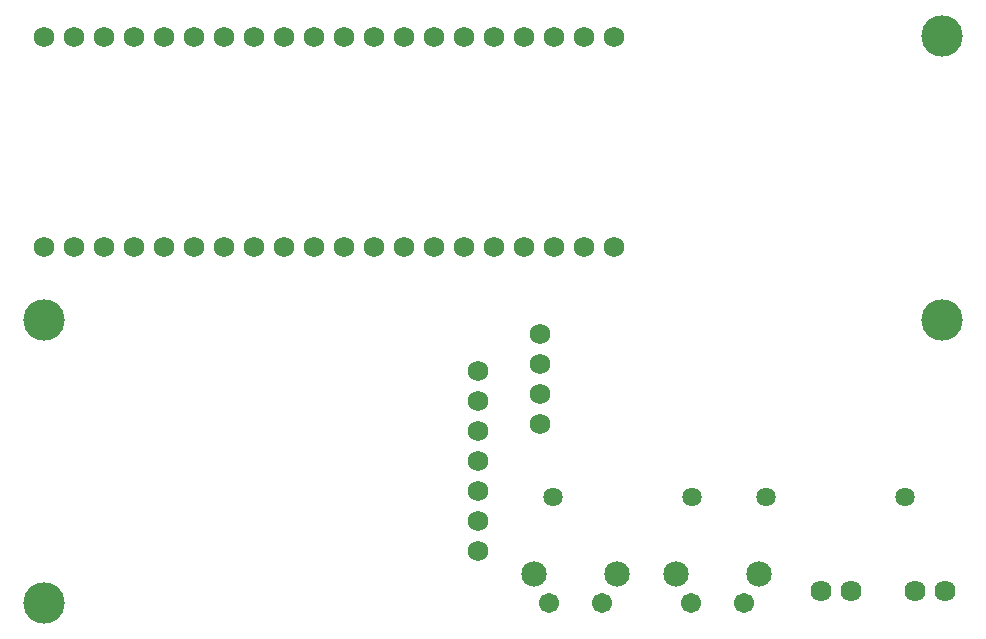
<source format=gbr>
G04 EAGLE Gerber RS-274X export*
G75*
%MOMM*%
%FSLAX34Y34*%
%LPD*%
%INSoldermask Top*%
%IPPOS*%
%AMOC8*
5,1,8,0,0,1.08239X$1,22.5*%
G01*
G04 Define Apertures*
%ADD10C,3.503200*%
%ADD11C,1.711200*%
%ADD12C,2.153200*%
%ADD13C,1.733200*%
%ADD14C,1.633200*%
%ADD15C,1.784200*%
D10*
X50000Y50000D03*
X50000Y290000D03*
X810000Y530000D03*
X810000Y290000D03*
D11*
X522500Y50000D03*
X477500Y50000D03*
D12*
X535000Y75000D03*
X465000Y75000D03*
D11*
X642500Y50000D03*
X597500Y50000D03*
D12*
X655000Y75000D03*
X585000Y75000D03*
D13*
X50000Y351100D03*
X75400Y351100D03*
X100800Y351100D03*
X126200Y351100D03*
X151600Y351100D03*
X177000Y351100D03*
X202400Y351100D03*
X227800Y351100D03*
X253200Y351100D03*
X278600Y351100D03*
X304000Y351100D03*
X329400Y351100D03*
X354800Y351100D03*
X380200Y351100D03*
X405600Y351100D03*
X431000Y351100D03*
X456400Y351100D03*
X481800Y351100D03*
X507200Y351100D03*
X532600Y351100D03*
X532600Y528900D03*
X507200Y528900D03*
X481800Y528900D03*
X456400Y528900D03*
X431000Y528900D03*
X405600Y528900D03*
X380200Y528900D03*
X354800Y528900D03*
X329400Y528900D03*
X304000Y528900D03*
X278600Y528900D03*
X253200Y528900D03*
X227800Y528900D03*
X202400Y528900D03*
X177000Y528900D03*
X151600Y528900D03*
X126200Y528900D03*
X100800Y528900D03*
X75400Y528900D03*
X50000Y528900D03*
X417300Y93800D03*
X417300Y119200D03*
X417300Y144600D03*
X417300Y170000D03*
X417300Y195400D03*
X417300Y220800D03*
X417300Y246200D03*
X470000Y201900D03*
X470000Y227300D03*
X470000Y252700D03*
X470000Y278100D03*
D14*
X481200Y140000D03*
X598800Y140000D03*
X661200Y140000D03*
X778800Y140000D03*
D15*
X732700Y60000D03*
X707300Y60000D03*
X812700Y60000D03*
X787300Y60000D03*
M02*

</source>
